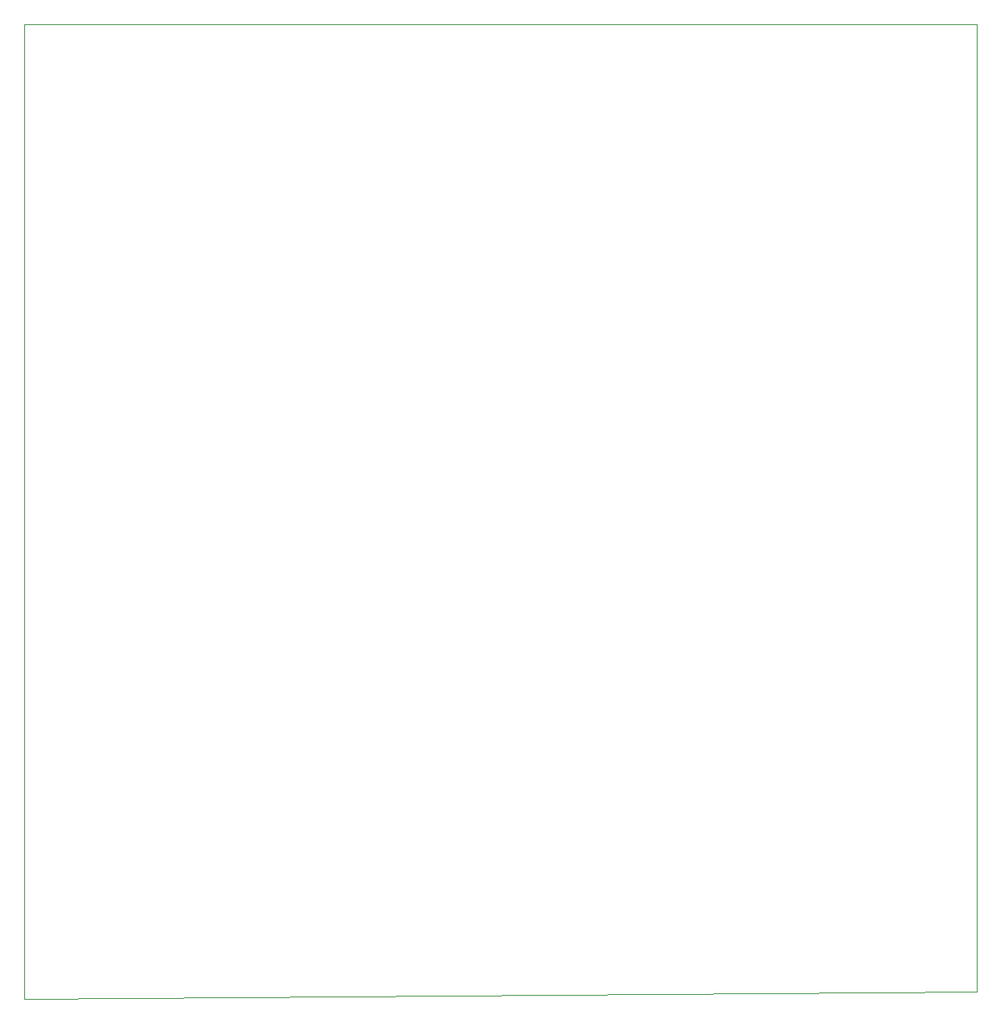
<source format=gbr>
%TF.GenerationSoftware,KiCad,Pcbnew,(6.0.1)*%
%TF.CreationDate,2022-11-25T13:11:30-03:00*%
%TF.ProjectId,Circuito esquem_tico,43697263-7569-4746-9f20-65737175656d,rev?*%
%TF.SameCoordinates,Original*%
%TF.FileFunction,Profile,NP*%
%FSLAX46Y46*%
G04 Gerber Fmt 4.6, Leading zero omitted, Abs format (unit mm)*
G04 Created by KiCad (PCBNEW (6.0.1)) date 2022-11-25 13:11:30*
%MOMM*%
%LPD*%
G01*
G04 APERTURE LIST*
%TA.AperFunction,Profile*%
%ADD10C,0.100000*%
%TD*%
G04 APERTURE END LIST*
D10*
X91186000Y-31750000D02*
X91186000Y-133858000D01*
X191008000Y-31750000D02*
X91186000Y-31750000D01*
X91186000Y-133858000D02*
X191008000Y-133096000D01*
X190500001Y-34036000D02*
G75*
G03*
X190500001Y-34036000I-1J0D01*
G01*
X191008000Y-133096000D02*
X191008000Y-31750000D01*
X190500001Y-34036000D02*
G75*
G03*
X190500001Y-34036000I-1J0D01*
G01*
X190500001Y-34036000D02*
G75*
G03*
X190500001Y-34036000I-1J0D01*
G01*
M02*

</source>
